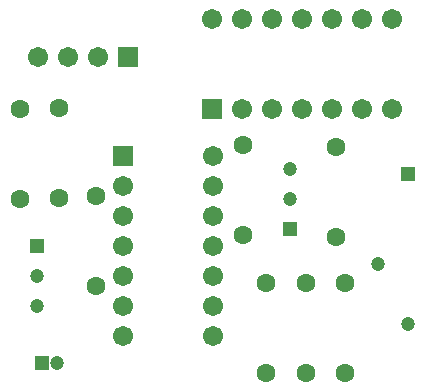
<source format=gbs>
%FSTAX23Y23*%
%MOIN*%
%SFA1B1*%

%IPPOS*%
%ADD14C,0.063118*%
%ADD15C,0.047244*%
%ADD16R,0.047244X0.047244*%
%ADD17R,0.047370X0.047370*%
%ADD18C,0.047370*%
%ADD19C,0.067055*%
%ADD20R,0.067055X0.067055*%
%ADD21R,0.067055X0.067055*%
%LNntc-1*%
%LPD*%
G54D14*
X0359Y0291D03*
Y0261D03*
X02635Y03495D03*
Y03195D03*
X03325Y0291D03*
Y0261D03*
X02505Y0349D03*
Y0319D03*
X0276Y032D03*
Y029D03*
X0325Y0337D03*
Y0307D03*
X0356Y03365D03*
Y03065D03*
X0346Y0261D03*
Y0291D03*
G54D15*
X02564Y02835D03*
Y02935D03*
X037Y02975D03*
X038Y02775D03*
X03405Y0329D03*
Y0319D03*
G54D16*
X02564Y03035D03*
X038Y03275D03*
X03405Y0309D03*
G54D17*
X0258Y02645D03*
G54D18*
X0263Y02645D03*
G54D19*
X0315Y02735D03*
Y02835D03*
Y02935D03*
Y03035D03*
Y03135D03*
Y03235D03*
Y03335D03*
X0285Y02735D03*
Y02835D03*
Y02935D03*
Y03035D03*
Y03135D03*
Y03235D03*
X03745Y0379D03*
X03645D03*
X03545D03*
X03445D03*
X03345D03*
X03245D03*
X03145D03*
X03745Y0349D03*
X03645D03*
X03545D03*
X03445D03*
X03345D03*
X03245D03*
X02565Y03665D03*
X02665D03*
X02765D03*
G54D20*
X0285Y03335D03*
X02865Y03665D03*
G54D21*
X03145Y0349D03*
M02*
</source>
